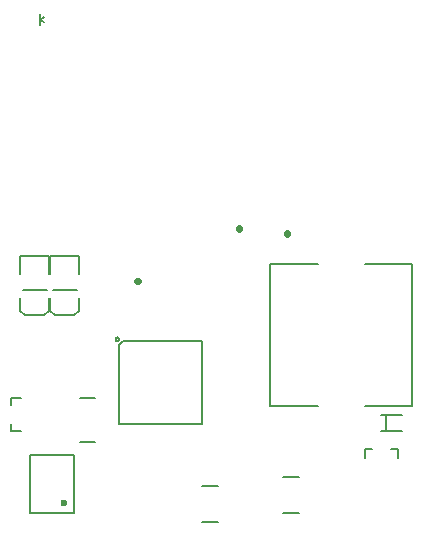
<source format=gto>
G75*
%MOIN*%
%OFA0B0*%
%FSLAX25Y25*%
%IPPOS*%
%LPD*%
%AMOC8*
5,1,8,0,0,1.08239X$1,22.5*
%
%ADD10C,0.00800*%
%ADD11C,0.00500*%
%ADD12C,0.02362*%
%ADD13C,0.00600*%
%ADD14C,0.02200*%
D10*
X0030249Y0012026D02*
X0030249Y0031474D01*
X0044816Y0031474D01*
X0044816Y0012026D01*
X0030249Y0012026D01*
X0046764Y0035633D02*
X0051882Y0035633D01*
X0059984Y0041701D02*
X0059984Y0067902D01*
X0061381Y0069299D01*
X0087582Y0069299D01*
X0087582Y0041701D01*
X0059984Y0041701D01*
X0051882Y0050397D02*
X0046764Y0050397D01*
X0027176Y0050512D02*
X0024027Y0050512D01*
X0024027Y0048150D01*
X0024027Y0041850D02*
X0024027Y0039488D01*
X0027176Y0039488D01*
X0058783Y0070000D02*
X0058785Y0070049D01*
X0058791Y0070097D01*
X0058801Y0070145D01*
X0058815Y0070192D01*
X0058832Y0070238D01*
X0058853Y0070282D01*
X0058878Y0070324D01*
X0058906Y0070364D01*
X0058938Y0070402D01*
X0058972Y0070437D01*
X0059009Y0070469D01*
X0059048Y0070498D01*
X0059090Y0070524D01*
X0059134Y0070546D01*
X0059179Y0070564D01*
X0059226Y0070579D01*
X0059273Y0070590D01*
X0059322Y0070597D01*
X0059371Y0070600D01*
X0059420Y0070599D01*
X0059468Y0070594D01*
X0059517Y0070585D01*
X0059564Y0070572D01*
X0059610Y0070555D01*
X0059654Y0070535D01*
X0059697Y0070511D01*
X0059738Y0070484D01*
X0059776Y0070453D01*
X0059812Y0070420D01*
X0059844Y0070384D01*
X0059874Y0070345D01*
X0059901Y0070304D01*
X0059924Y0070260D01*
X0059943Y0070215D01*
X0059959Y0070169D01*
X0059971Y0070122D01*
X0059979Y0070073D01*
X0059983Y0070024D01*
X0059983Y0069976D01*
X0059979Y0069927D01*
X0059971Y0069878D01*
X0059959Y0069831D01*
X0059943Y0069785D01*
X0059924Y0069740D01*
X0059901Y0069696D01*
X0059874Y0069655D01*
X0059844Y0069616D01*
X0059812Y0069580D01*
X0059776Y0069547D01*
X0059738Y0069516D01*
X0059697Y0069489D01*
X0059654Y0069465D01*
X0059610Y0069445D01*
X0059564Y0069428D01*
X0059517Y0069415D01*
X0059468Y0069406D01*
X0059420Y0069401D01*
X0059371Y0069400D01*
X0059322Y0069403D01*
X0059273Y0069410D01*
X0059226Y0069421D01*
X0059179Y0069436D01*
X0059134Y0069454D01*
X0059090Y0069476D01*
X0059048Y0069502D01*
X0059009Y0069531D01*
X0058972Y0069563D01*
X0058938Y0069598D01*
X0058906Y0069636D01*
X0058878Y0069676D01*
X0058853Y0069718D01*
X0058832Y0069762D01*
X0058815Y0069808D01*
X0058801Y0069855D01*
X0058791Y0069903D01*
X0058785Y0069951D01*
X0058783Y0070000D01*
X0046507Y0079482D02*
X0046507Y0083813D01*
X0046507Y0079482D02*
X0044932Y0077907D01*
X0038633Y0077907D01*
X0037058Y0079482D01*
X0037058Y0083813D01*
X0036507Y0083813D02*
X0036507Y0079482D01*
X0034932Y0077907D01*
X0028633Y0077907D01*
X0027058Y0079482D01*
X0027058Y0083813D01*
X0027058Y0091687D02*
X0027058Y0097593D01*
X0036507Y0097593D01*
X0036507Y0091687D01*
X0037058Y0091687D02*
X0037058Y0097593D01*
X0046507Y0097593D01*
X0046507Y0091687D01*
X0110411Y0094872D02*
X0110411Y0047628D01*
X0126159Y0047628D01*
X0141907Y0047628D02*
X0157655Y0047628D01*
X0157655Y0094872D01*
X0141907Y0094872D01*
X0126159Y0094872D02*
X0110411Y0094872D01*
X0147239Y0044559D02*
X0148814Y0044559D01*
X0148814Y0039441D01*
X0154326Y0039441D01*
X0154326Y0044559D02*
X0148814Y0044559D01*
X0148814Y0039441D02*
X0147239Y0039441D01*
X0144133Y0033506D02*
X0141771Y0033506D01*
X0141771Y0030356D01*
X0150432Y0033506D02*
X0152795Y0033506D01*
X0152795Y0030356D01*
X0033613Y0174689D02*
X0033613Y0176500D01*
X0034834Y0177420D01*
X0033613Y0178311D02*
X0033613Y0176500D01*
X0033674Y0176400D02*
X0034834Y0175640D01*
D11*
X0035783Y0086250D02*
X0027783Y0086250D01*
X0037783Y0086250D02*
X0045783Y0086250D01*
D12*
X0041667Y0015254D03*
D13*
X0087480Y0021079D02*
X0093090Y0021079D01*
X0093090Y0008921D02*
X0087480Y0008921D01*
X0114480Y0011921D02*
X0120090Y0011921D01*
X0120090Y0024079D02*
X0114480Y0024079D01*
D14*
X0066153Y0089500D02*
X0065913Y0089500D01*
X0099783Y0106630D02*
X0099783Y0106870D01*
X0115783Y0105370D02*
X0115783Y0105130D01*
M02*

</source>
